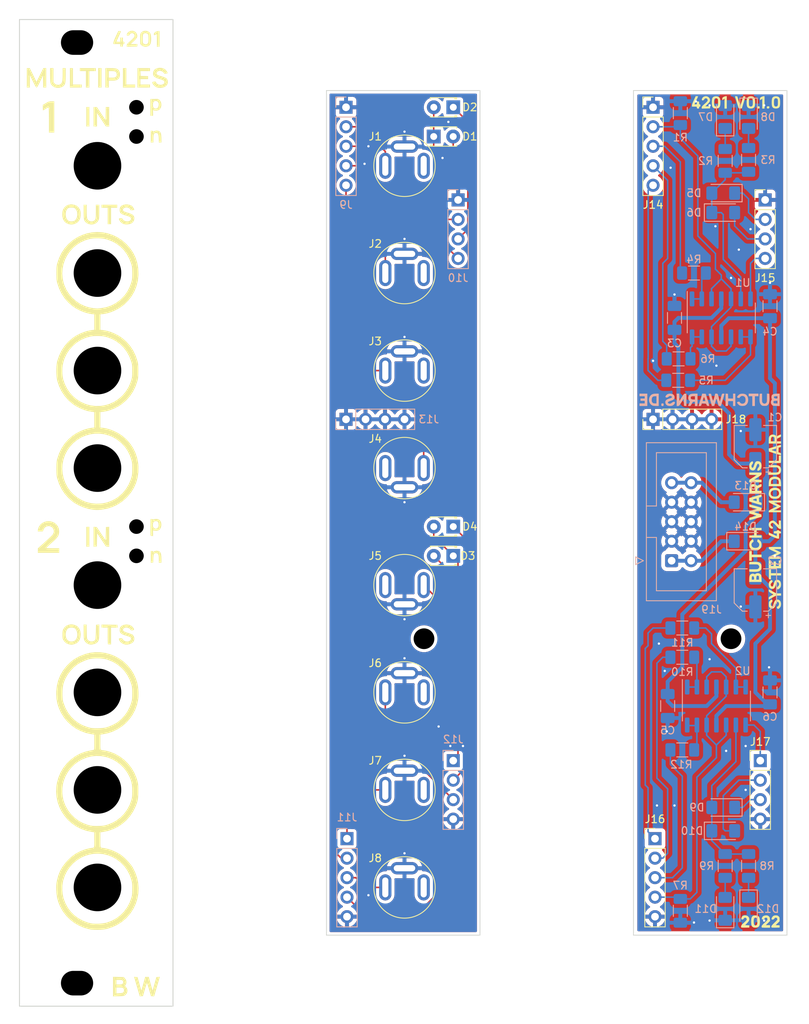
<source format=kicad_pcb>
(kicad_pcb (version 20211014) (generator pcbnew)
  (layers (0 "F.Cu" signal) (31 "B.Cu" signal) (34 "B.Paste" user) (35 "F.Paste" user) (36 "B.SilkS" user "B.Silkscreen") (37 "F.SilkS" user "F.Silkscreen") (38 "B.Mask" user) (39 "F.Mask" user) (44 "Edge.Cuts" user))
  (net 0 "")
  (net 1 "+12V")
  (net 2 "GND")
  (net 3 "-12V")
  (net 4 "/interface/LED_1_PA_NK")
  (net 5 "/interface/LED_1N_A")
  (net 6 "/interface/LED_1P_K")
  (net 7 "/interface/LED_2_PA_NK")
  (net 8 "/interface/LED_2N_A")
  (net 9 "/interface/LED_2P_K")
  (net 10 "Net-(D8-Pad1)")
  (net 11 "/main_board/LED_1N_A")
  (net 12 "/main_board/LED_1P_K")
  (net 13 "Net-(D11-Pad2)")
  (net 14 "Net-(D12-Pad1)")
  (net 15 "/interface/IN_1")
  (net 16 "/interface/OUT_1_1")
  (net 17 "/interface/OUT_1_2")
  (net 18 "/interface/OUT_1_3")
  (net 19 "/interface/IN_2")
  (net 20 "/interface/OUT_2_1")
  (net 21 "/interface/OUT_2_2")
  (net 22 "/interface/OUT_2_3")
  (net 23 "/main_board/IN_1")
  (net 24 "/main_board/OUT_1_1")
  (net 25 "/main_board/OUT_1_2")
  (net 26 "/main_board/OUT_1_3")
  (net 27 "/main_board/IN_2")
  (net 28 "/main_board/OUT_2_1")
  (net 29 "/main_board/OUT_2_2")
  (net 30 "/main_board/OUT_2_3")
  (net 31 "/main_board/LED_2N_A")
  (net 32 "/main_board/LED_2P_K")
  (net 33 "/main_board/LED_1_PA_NK")
  (net 34 "/main_board/LED_2_PN_KA")
  (net 35 "/interface/0V")
  (net 36 "/main_board/+12V_preD")
  (net 37 "/main_board/-12V_preD")
  (net 38 "Net-(D6-Pad1)")
  (net 39 "Net-(R4-Pad1)")
  (net 40 "Net-(R5-Pad1)")
  (net 41 "Net-(R6-Pad1)")
  (net 42 "Net-(R10-Pad1)")
  (net 43 "Net-(R11-Pad1)")
  (net 44 "Net-(R12-Pad1)")
  (net 45 "Net-(R3-Pad2)")
  (net 46 "Net-(R9-Pad1)")
  (footprint "OS_Connectors:Jack_3.5mm_PJ392_Vertical" (layer "F.Cu") (at 90.805 99.06 180)
    (fp_text reference "J4")
    (fp_text value "PJ392" hide)
  )
  (footprint "LED_THT:LED_D1.8mm_W3.3mm_H2.4mm" (layer "F.Cu") (at 94.61 55.88)
    (fp_text reference "D1")
    (fp_text value "1.8mm_red" hide)
  )
  (footprint "4201_multiples:4201_panel_silk" (layer "F.Cu") (at 52.874 42.122)
    (fp_text reference "G***" hide)
    (fp_text value "LOGO" hide)
  )
  (footprint "4201_multiples:BUTCH_WARNS" (layer "F.Cu") (at 136.525 106.045 90)
    (fp_text reference "G***" hide)
    (fp_text value "LOGO" hide)
  )
  (footprint "OS_Drill_Holes:PJ392_Drill_Hole_Panel_D6.2mm" (layer "F.Cu") (at 50.8 73.66)
    (fp_text reference "REF**" hide)
    (fp_text value "PJ392_Drill_Hole_Panel" hide)
  )
  (footprint "OS_Connectors:Jack_3.5mm_PJ392_Vertical" (layer "F.Cu") (at 90.805 153.67)
    (fp_text reference "J8")
    (fp_text value "PJ392" hide)
  )
  (footprint "OS_Drill_Holes:PJ392_Drill_Hole_Panel_D6.2mm" (layer "F.Cu") (at 50.8 153.67)
    (fp_text reference "REF**" hide)
    (fp_text value "PJ392_Drill_Hole_Panel" hide)
  )
  (footprint "OS_Connectors:Jack_3.5mm_PJ392_Vertical" (layer "F.Cu") (at 90.805 114.3 180)
    (fp_text reference "J5")
    (fp_text value "PJ392" hide)
  )
  (footprint "OS_Drill_Holes:LED_1.8mm_Drill_Hole_Panel_D1.9mm" (layer "F.Cu") (at 55.88 52.07)
    (fp_text reference "REF**" hide)
    (fp_text value "Hole_1.9mm_LED" hide)
  )
  (footprint "OS_Drill_Holes:PJ392_Drill_Hole_Panel_D6.2mm" (layer "F.Cu") (at 50.8 59.69)
    (fp_text reference "REF**" hide)
    (fp_text value "PJ392_Drill_Hole_Panel" hide)
  )
  (footprint "Connector_PinHeader_2.54mm:PinHeader_1x05_P2.54mm_Vertical" (layer "F.Cu") (at 123.19 52.07)
    (fp_text reference "J14")
    (fp_text value "Conn_01x05_Male" hide)
  )
  (footprint "Connector_PinHeader_2.54mm:PinHeader_1x04_P2.54mm_Vertical" (layer "F.Cu") (at 137.16 137.16)
    (fp_text reference "J17")
    (fp_text value "Conn_01x04_Male" hide)
  )
  (footprint "OS_Drill_Holes:PJ392_Drill_Hole_Panel_D6.2mm" (layer "F.Cu") (at 50.8 140.97)
    (fp_text reference "REF**" hide)
    (fp_text value "PJ392_Drill_Hole_Panel" hide)
  )
  (footprint "OS_Connectors:Jack_3.5mm_PJ392_Vertical" (layer "F.Cu") (at 90.805 140.97)
    (fp_text reference "J7")
    (fp_text value "PJ392" hide)
  )
  (footprint "LED_THT:LED_D1.8mm_W3.3mm_H2.4mm" (layer "F.Cu") (at 97.16 52.07 180)
    (fp_text reference "D2")
    (fp_text value "1.8mm_green" hide)
  )
  (footprint "4201_multiples:2022" (layer "F.Cu") (at 137.16 158.115)
    (fp_text reference "G***" hide)
    (fp_text value "LOGO" hide)
  )
  (footprint "LED_THT:LED_D1.8mm_W3.3mm_H2.4mm" (layer "F.Cu") (at 97.16 110.49 180)
    (fp_text reference "D3")
    (fp_text value "1.8mm_red" hide)
  )
  (footprint "OS_Drill_Holes:PJ392_Drill_Hole_Panel_D6.2mm" (layer "F.Cu") (at 50.8 99.06)
    (fp_text reference "REF**" hide)
    (fp_text value "PJ392_Drill_Hole_Panel" hide)
  )
  (footprint "OS_Drill_Holes:LED_1.8mm_Drill_Hole_Panel_D1.9mm" (layer "F.Cu") (at 55.88 55.88)
    (fp_text reference "REF**" hide)
    (fp_text value "Hole_1.9mm_LED" hide)
  )
  (footprint "OS_Connectors:Jack_3.5mm_PJ392_Vertical" (layer "F.Cu") (at 90.805 86.36)
    (fp_text reference "J3")
    (fp_text value "PJ392" hide)
  )
  (footprint "OS_Drill_Holes:PJ392_Drill_Hole_Panel_D6.2mm" (layer "F.Cu") (at 50.8 86.36)
    (fp_text reference "REF**" hide)
    (fp_text value "PJ392_Drill_Hole_Panel" hide)
  )
  (footprint "Connector_PinHeader_2.54mm:PinHeader_1x04_P2.54mm_Vertical" (layer "F.Cu") (at 137.795 64.135)
    (fp_text reference "J15")
    (fp_text value "Conn_01x04_Male" hide)
  )
  (footprint "4201_multiples:SYSTEM_42_MOUDULAR" (layer "F.Cu") (at 139.065 106.045 90)
    (fp_text reference "G***" hide)
    (fp_text value "LOGO" hide)
  )
  (footprint "OS_Drill_Holes:LED_3mm_Drill_Hole_Panel_D3.0mm" (layer "F.Cu") (at 93.345 121.285)
    (fp_text reference "REF**" hide)
    (fp_text value "M2.5_Drill_Hole_2.7mm" hide)
  )
  (footprint "OS_Drill_Holes:PJ392_Drill_Hole_Panel_D6.2mm" (layer "F.Cu") (at 50.8 114.3)
    (fp_text reference "REF**" hide)
    (fp_text value "PJ392_Drill_Hole_Panel" hide)
  )
  (footprint "OS_Front_Panels:4HP_Front_Panel" (layer "F.Cu") (at 40.64 40.64)
    (fp_text reference "REF**" hide)
    (fp_text value "4HP_Front_Panel" hide)
    (fp_rect (start 0 0) (end 20 128.5) (layer "Edge.Cuts") (width 0.12) (fill none))
  )
  (footprint "OS_Drill_Holes:LED_1.8mm_Drill_Hole_Panel_D1.9mm" (layer "F.Cu") (at 55.88 106.68)
    (fp_text reference "REF**" hide)
    (fp_text value "Hole_1.9mm_LED" hide)
  )
  (footprint "OS_Drill_Holes:LED_3mm_Drill_Hole_Panel_D3.0mm" (layer "F.Cu") (at 133.35 121.285)
    (fp_text reference "REF**" hide)
    (fp_text value "M2.5_Drill_Hole_2.7mm" hide)
  )
  (footprint "Connector_PinHeader_2.54mm:PinHeader_1x05_P2.54mm_Vertical" (layer "F.Cu") (at 123.444 147.32)
    (fp_text reference "J16")
    (fp_text value "Conn_01x05_Male" hide)
  )
  (footprint "LED_THT:LED_D1.8mm_W3.3mm_H2.4mm" (layer "F.Cu") (at 97.16 106.68 180)
    (fp_text reference "D4")
    (fp_text value "green" hide)
  )
  (footprint "OS_Connectors:Jack_3.5mm_PJ392_Vertical" (layer "F.Cu") (at 90.805 59.69)
    (fp_text reference "J1")
    (fp_text value "PJ392" hide)
  )
  (footprint "4201_multiples:4201_V_0_1_0" (layer "F.Cu") (at 133.985 51.435)
    (fp_text reference "G***" hide)
    (fp_text value "LOGO" hide)
  )
  (footprint "OS_Drill_Holes:PJ392_Drill_Hole_Panel_D6.2mm" (layer "F.Cu") (at 50.8 128.27)
    (fp_text reference "REF**" hide)
    (fp_text value "PJ392_Drill_Hole_Panel" hide)
  )
  (footprint "OS_Drill_Holes:LED_1.8mm_Drill_Hole_Panel_D1.9mm" (layer "F.Cu") (at 55.88 110.49)
    (fp_text reference "REF**" hide)
    (fp_text value "Hole_1.9mm_LED" hide)
  )
  (footprint "OS_Connectors:Jack_3.5mm_PJ392_Vertical" (layer "F.Cu") (at 90.805 128.27)
    (fp_text reference "J6")
    (fp_text value "PJ392" hide)
  )
  (footprint "OS_Connectors:Jack_3.5mm_PJ392_Vertical" (layer "F.Cu") (at 90.805 73.66)
    (fp_text reference "J2")
    (fp_text value "PJ392" hide)
  )
  (footprint "Connector_PinHeader_2.54mm:PinHeader_1x04_P2.54mm_Vertical" (layer "F.Cu") (at 123.19 92.71 90)
    (fp_text reference "J18")
    (fp_text value "Conn_01x04_Male" hide)
  )
  (footprint "Resistor_SMD:R_1206_3216Metric_Pad1.30x1.75mm_HandSolder" (layer "B.Cu") (at 127 135.763 180)
    (fp_text reference "R12")
    (fp_text value "100R" hide)
  )
  (footprint "Resistor_SMD:R_1206_3216Metric_Pad1.30x1.75mm_HandSolder" (layer "B.Cu") (at 135.636 150.876 -90)
    (fp_text reference "R8")
    (fp_text value "4k7" hide)
  )
  (footprint "Diode_SMD:D_1206_3216Metric_Pad1.42x1.75mm_HandSolder" (layer "B.Cu") (at 132.334 143.256 180)
    (fp_text reference "D9")
    (fp_text value "1N4148" hide)
  )
  (footprint "Capacitor_SMD:C_1206_3216Metric_Pad1.33x1.80mm_HandSolder" (layer "B.Cu") (at 138.43 77.978 -90)
    (fp_text reference "C4")
    (fp_text value "100nF" hide)
  )
  (footprint "Diode_SMD:D_1206_3216Metric_Pad1.42x1.75mm_HandSolder" (layer "B.Cu") (at 132.588 53.34 90)
    (fp_text reference "D8")
    (fp_text value "1N4148" hide)
  )
  (footprint "Diode_SMD:D_1206_3216Metric_Pad1.42x1.75mm_HandSolder" (layer "B.Cu") (at 132.588 156.464 90)
    (fp_text reference "D11")
    (fp_text value "1N4148" hide)
  )
  (footprint "Resistor_SMD:R_1206_3216Metric_Pad1.30x1.75mm_HandSolder" (layer "B.Cu") (at 135.636 58.928 90)
    (fp_text reference "R3")
    (fp_text value "39k" hide)
  )
  (footprint "Diode_SMD:D_1206_3216Metric_Pad1.42x1.75mm_HandSolder" (layer "B.Cu") (at 132.334 65.786)
    (fp_text reference "D6")
    (fp_text value "1N4148" hide)
  )
  (footprint "Resistor_SMD:R_1206_3216Metric_Pad1.30x1.75mm_HandSolder" (layer "B.Cu") (at 126.518 84.836 180)
    (fp_text reference "R6")
    (fp_text value "100R" hide)
  )
  (footprint "Diode_SMD:D_1206_3216Metric_Pad1.42x1.75mm_HandSolder" (layer "B.Cu") (at 135.255 108.585)
    (fp_text reference "D14")
    (fp_text value "Schottky" hide)
  )
  (footprint "Diode_SMD:D_1206_3216Metric_Pad1.42x1.75mm_HandSolder" (layer "B.Cu") (at 132.334 146.304)
    (fp_text reference "D10")
    (fp_text value "1N4148" hide)
  )
  (footprint "Connector_PinSocket_2.54mm:PinSocket_1x04_P2.54mm_Vertical" (layer "B.Cu") (at 83.185 92.71 -90)
    (fp_text reference "J13")
    (fp_text value "Conn_01x04_Female" hide)
  )
  (footprint "Capacitor_SMD:CP_Elec_5x5.3" (layer "B.Cu") (at 136.525 96.266 90)
    (fp_text reference "C1")
    (fp_text value "47uF" hide)
  )
  (footprint "Connector_IDC:IDC-Header_2x05_P2.54mm_Vertical" (layer "B.Cu") (at 125.6125 111.125)
    (fp_text reference "J19")
    (fp_text value "Conn_02x05_Odd_Even" hide)
  )
  (footprint "Connector_PinSocket_2.54mm:PinSocket_1x04_P2.54mm_Vertical" (layer "B.Cu") (at 97.155 137.16 180)
    (fp_text reference "J12")
    (fp_text value "Conn_01x04_Female" hide)
  )
  (footprint "Diode_SMD:D_1206_3216Metric_Pad1.42x1.75mm_HandSolder" (layer "B.Cu") (at 135.255 103.505 180)
    (fp_text reference "D13")
    (fp_text value "Schottky" hide)
  )
  (footprint "Connector_PinSocket_2.54mm:PinSocket_1x05_P2.54mm_Vertical" (layer "B.Cu") (at 83.312 147.32 180)
    (fp_text reference "J11")
    (fp_text value "Conn_01x05_Female" hide)
  )
  (footprint "Resistor_SMD:R_1206_3216Metric_Pad1.30x1.75mm_HandSolder" (layer "B.Cu") (at 126.746 156.718 90)
    (fp_text reference "R7")
    (fp_text value "220k" hide)
  )
  (footprint "Capacitor_SMD:C_1206_3216Metric_Pad1.33x1.80mm_HandSolder" (layer "B.Cu") (at 138.43 128.27 -90)
    (fp_text reference "C6")
    (fp_text value "100nF" hide)
  )
  (footprint "Capacitor_SMD:CP_Elec_5x5.3" (layer "B.Cu") (at 136.525 114.935 90)
    (fp_text reference "C2")
    (fp_text value "47uF" hide)
  )
  (footprint "Resistor_SMD:R_1206_3216Metric_Pad1.30x1.75mm_HandSolder" (layer "B.Cu") (at 126.466 87.63 180)
    (fp_text reference "R5")
    (fp_text value "100R" hide)
  )
  (footprint "4201_multiples:BUTCHWARNS_DE" (layer "B.Cu") (at 130.556 90.17 180)
    (fp_text reference "G***" hide)
    (fp_text value "LOGO" hide)
  )
  (footprint "Package_SO:SOIC-14_3.9x8.7mm_P1.27mm" (layer "B.Cu") (at 131.445 130.048 -90)
    (fp_text reference "U2")
    (fp_text value "TL074" hide)
  )
  (footprint "Resistor_SMD:R_1206_3216Metric_Pad1.30x1.75mm_HandSolder" (layer "B.Cu") (at 132.588 59.055 90)
    (fp_text reference "R2")
    (fp_text value "4k7" hide)
  )
  (footprint "Resistor_SMD:R_1206_3216Metric_Pad1.30x1.75mm_HandSolder" (layer "B.Cu") (at 128.524 73.66 180)
    (fp_text reference "R4")
    (fp_text value "100R" hide)
  )
  (footprint "Resistor_SMD:R_1206_3216Metric_Pad1.30x1.75mm_HandSolder" (layer "B.Cu") (at 127 119.888 180)
    (fp_text reference "R11")
    (fp_text value "100R" hide)
  )
  (footprint "Connector_PinSocket_2.54mm:PinSocket_1x05_P2.54mm_Vertical" (layer "B.Cu") (at 83.185 52.07 180)
    (fp_text reference "J9")
    (fp_text value "Conn_01x05_Female" hide)
  )
  (footprint "Diode_SMD:D_1206_3216Metric_Pad1.42x1.75mm_HandSolder" (layer "B.Cu") (at 135.636 156.464 -90)
    (fp_text reference "D12")
    (fp_text value "1N4148" hide)
  )
  (footprint "Connector_PinSocket_2.54mm:PinSocket_1x04_P2.54mm_Vertical" (layer "B.Cu") (at 97.79 64.135 180)
    (fp_text reference "J10")
    (fp_text value "Conn_01x04_Female" hide)
  )
  (footprint "Diode_SMD:D_1206_3216Metric_Pad1.42x1.75mm_HandSolder" (layer "B.Cu") (at 135.636 53.34 -90)
    (fp_text reference "D7")
    (fp_text value "1N4148" hide)
  )
  (footprint "Capacitor_SMD:C_1206_3216Metric_Pad1.33x1.80mm_HandSolder" (layer "B.Cu") (at 125.095 130.048 -90)
    (fp_text reference "C5")
    (fp_text value "100nF" hide)
  )
  (footprint "Resistor_SMD:R_1206_3216Metric_Pad1.30x1.75mm_HandSolder" (layer "B.Cu") (at 126.746 52.832 -90)
    (fp_text reference "R1")
    (fp_text value "220k" hide)
  )
  (footprint "Package_SO:SOIC-14_3.9x8.7mm_P1.27mm" (layer "B.Cu") (at 132.08 79.502 -90)
    (fp_text reference "U1")
    (fp_text value "TL074" hide)
  )
  (footprint "Capacitor_SMD:C_1206_3216Metric_Pad1.33x1.80mm_HandSolder" (layer "B.Cu") (at 125.984 79.502 90)
    (fp_text reference "C3")
    (fp_text value "100nF" hide)
  )
  (footprint "Diode_SMD:D_1206_3216Metric_Pad1.42x1.75mm_HandSolder" (layer "B.Cu") (at 132.334 63.246 180)
    (fp_text reference "D5")
    (fp_text value "1N4148" hide)
  )
  (footprint "Resistor_SMD:R_1206_3216Metric_Pad1.30x1.75mm_HandSolder" (layer "B.Cu") (at 127 123.698 180)
    (fp_text reference "R10")
    (fp_text value "100R" hide)
  )
  (footprint "Resistor_SMD:R_1206_3216Metric_Pad1.30x1.75mm_HandSolder" (layer "B.Cu") (at 132.588 150.876 -90)
    (fp_text reference "R9")
    (fp_text value "39k" hide)
  )
  (gr_line locked (start 80.64 49.89) (end 100.64 49.89) (layer "Edge.Cuts") (width 0.1))
  (gr_line locked (start 120.64 49.89) (end 120.64 159.89) (layer "Edge.Cuts") (width 0.1))
  (gr_line locked (start 140.64 49.89) (end 140.64 159.89) (layer "Edge.Cuts") (width 0.1))
  (gr_line locked (start 80.64 159.89) (end 100.64 159.89) (layer "Edge.Cuts") (width 0.1))
  (gr_line locked (start 120.64 49.89) (end 140.64 49.89) (layer "Edge.Cuts") (width 0.1))
  (gr_line locked (start 100.64 49.89) (end 100.64 159.89) (layer "Edge.Cuts") (width 0.1))
  (gr_line locked (start 120.64 159.89) (end 140.64 159.89) (layer "Edge.Cuts") (width 0.1))
  (gr_line locked (start 80.64 49.89) (end 80.64 159.89) (layer "Edge.Cuts") (width 0.1))
  (segment (start 125.984 82.804) (end 125.984 81.0645) (width 0.508) (layer "B.Cu") (net 1))
  (segment (start 133.096 91.948) (end 131.572 90.424) (width 0.508) (layer "B.Cu") (net 1))
  (segment (start 132.08 78.232) (end 130.81 79.502) (width 0.508) (layer "B.Cu") (net 1))
  (segment (start 134.28 98.466) (end 133.096 97.282) (width 0.508) (layer "B.Cu") (net 1))
  (segment (start 136.525 98.466) (end 134.28 98.466) (width 0.508) (layer "B.Cu") (net 1))
  (segment (start 130.175 130.048) (end 131.445 128.778) (width 0.508) (layer "B.Cu") (net 1))
  (segment (start 136.7425 105.1925) (end 136.7425 103.505) (width 0.508) (layer "B.Cu") (net 1))
  (segment (start 135.255 106.68) (end 136.7425 105.1925) (width 0.508) (layer "B.Cu") (net 1))
  (segment (start 125.095 126.873) (end 127 124.968) (width 0.508) (layer "B.Cu") (net 1))
  (segment (start 127 118.11) (end 135.255 109.855) (width 0.508) (layer "B.Cu") (net 1))
  (segment (start 126.492 83.312) (end 125.984 82.804) (width 0.508) (layer "B.Cu") (net 1))
  (segment (start 136.7425 103.505) (end 136.7425 98.6835) (width 0.508) (layer "B.Cu") (net 1))
  (segment (start 132.08 77.027) (end 132.08 78.232) (width 0.508) (layer "B.Cu") (net 1))
  (segment (start 127.508 90.424) (end 126.492 89.408) (width 0.508) (layer "B.Cu") (net 1))
  (segment (start 135.255 109.855) (end 135.255 106.68) (width 0.508) (layer "B.Cu") (net 1))
  (segment (start 133.096 97.282) (end 133.096 91.948) (width 0.508) (layer "B.Cu") (net 1))
  (segment (start 125.73 130.048) (end 130.175 130.048) (width 0.508) (layer "B.Cu") (net 1))
  (segment (start 125.095 128.4855) (end 125.095 129.413) (width 0.508) (layer "B.Cu") (net 1))
  (segment (start 130.81 79.502) (end 126.492 79.502) (width 0.508) (layer "B.Cu") (net 1))
  (segment (start 125.095 129.413) (end 125.73 130.048) (width 0.508) (layer "B.Cu") (net 1))
  (segment (start 125.095 128.4855) (end 125.095 126.873) (width 0.508) (layer "B.Cu") (net 1))
  (segment (start 127 124.968) (end 127 118.11) (width 0.508) (layer "B.Cu") (net 1))
  (segment (start 131.572 90.424) (end 127.508 90.424) (width 0.508) (layer "B.Cu") (net 1))
  (segment (start 131.445 128.778) (end 131.445 127.573) (width 0.508) (layer "B.Cu") (net 1))
  (segment (start 125.984 80.01) (end 125.984 81.0645) (width 0.508) (layer "B.Cu") (net 1))
  (segment (start 126.492 79.502) (end 125.984 80.01) (width 0.508) (layer "B.Cu") (net 1))
  (segment (start 126.492 89.408) (end 126.492 83.312) (width 0.508) (layer "B.Cu") (net 1))
  (via (at 132.715 135.89) (size 0.7) (drill 0.3) (layers "F.Cu" "B.Cu") (net 2))
  (via (at 137.668 51.816) (size 0.7) (drill 0.3) (layers "F.Cu" "B.Cu") (net 2))
  (via (at 134.62 117.094) (size 0.7) (drill 0.3) (layers "F.Cu" "B.Cu") (net 2))
  (via (at 135.255 135.255) (size 0.7) (drill 0.3) (layers "F.Cu" "B.Cu") (net 2))
  (via (at 135.89 67.945) (size 0.7) (drill 0.3) (layers "F.Cu" "B.Cu") (net 2))
  (via (at 128.524 158.242) (size 0.7) (drill 0.3) (layers "F.Cu" "B.Cu") (net 2))
  (via (at 124.968 133.35) (size 0.7) (drill 0.3) (layers "F.Cu" "B.Cu") (net 2))
  (via (at 124.714 125.476) (size 0.7) (drill 0.3) (layers "F.Cu" "B.Cu") (net 2))
  (via (at 123.19 85.09) (size 0.7) (drill 0.3) (layers "F.Cu" "B.Cu") (net 2))
  (via (at 133.35 74.295) (size 0.7) (drill 0.3) (layers "F.Cu" "B.Cu") (net 2))
  (via (at 134.366 70.612) (size 0.7) (drill 0.3) (layers "F.Cu" "B.Cu") (net 2))
  (via (at 135.255 140.97) (size 0.7) (drill 0.3) (layers "F.Cu" "B.Cu") (net 2))
  (via (at 125.984 76.454) (size 0.7) (drill 0.3) (layers "F.Cu" "B.Cu") (net 2))
  (via (at 130.556 157.988) (size 0.7) (drill 0.3) (layers "F.Cu" "B.Cu") (net 2))
  (via (at 125.984 143.002) (size 0.7) (drill 0.3) (layers "F.Cu" "B.Cu") (net 2))
  (via (at 134.62 94.234) (size 0.7) (drill 0.3) (layers "F.Cu" "B.Cu") (net 2))
  (via (at 130.556 51.816) (size 0.7) (drill 0.3) (layers "F.Cu" "B.Cu") (net 2))
  (via (at 123.698 143.002) (size 0.7) (drill 0.3) (layers "F.Cu" "B.Cu") (net 2))
  (via (at 139.065 110.49) (size 0.7) (drill 0.3) (layers "F.Cu" "B.Cu") (net 2))
  (via (at 137.668 157.988) (size 0.7) (drill 0.3) (layers "F.Cu" "B.Cu") (net 2))
  (via (at 123.952 121.92) (size 0.7) (drill 0.3) (layers "F.Cu" "B.Cu") (net 2))
  (via (at 131.318 67.564) (size 0.7) (drill 0.3) (layers "F.Cu" "B.Cu") (net 2))
  (via (at 128.778 51.308) (size 0.7) (drill 0.3) (layers "F.Cu" "B.Cu") (net 2))
  (via (at 138.303 125.0065) (size 0.7) (drill 0.3) (layers "F.Cu" "B.Cu") (net 2))
  (via (at 131.445 85.725) (size 0.7) (drill 0.3) (layers "F.Cu" "B.Cu") (net 2))
  (via (at 125.476 59.944) (size 0.7) (drill 0.3) (layers "F.Cu" "B.Cu") (net 2))
  (via (at 130.556 123.952) (size 0.7) (drill 0.3) (layers "F.Cu" "B.Cu") (net 2))
  (via (at 138.43 74.93) (size 0.7) (drill 0.3) (layers "F.Cu" "B.Cu") (net 2))
  (segment (start 134.788 94.066) (end 134.62 94.234) (width 0.508) (layer "B.Cu") (net 2))
  (segment (start 135.636 157.9515) (end 137.6315 157.9515) (width 0.508) (layer "B.Cu") (net 2))
  (segment (start 136.525 94.066) (end 134.788 94.066) (width 0.508) (layer "B.Cu") (net 2))
  (segment (start 128.752 51.282) (end 128.778 51.308) (width 0.508) (layer "B.Cu") (net 2))
  (segment (start 126.746 51.282) (end 128.752 51.282) (width 0.508) (layer "B.Cu") (net 2))
  (segment (start 138.43 125.1335) (end 138.303 125.0065) (width 0.508) (layer "B.Cu") (net 2))
  (segment (start 130.5925 157.9515) (end 130.556 157.988) (width 0.508) (layer "B.Cu") (net 2))
  (segment (start 125.095 131.6105) (end 125.095 133.223) (width 0.508) (layer "B.Cu") (net 2))
  (segment (start 138.43 76.4155) (end 138.43 74.93) (width 0.508) (layer "B.Cu") (net 2))
  (segment (start 136.525 117.135) (end 134.661 117.135) (width 0.508) (layer "B.Cu") (net 2))
  (segment (start 130.5925 51.8525) (end 130.556 51.816) (width 0.508) (layer "B.Cu") (net 2))
  (segment (start 134.661 117.135) (end 134.62 117.094) (width 0.508) (layer "B.Cu") (net 2))
  (segment (start 138.43 126.7075) (end 138.43 125.1335) (width 0.508) (layer "B.Cu") (net 2))
  (segment (start 128.498 158.268) (end 128.524 158.242) (width 0.508) (layer "B.Cu") (net 2))
  (segment (start 126.746 158.268) (end 128.498 158.268) (width 0.508) (layer "B.Cu") (net 2))
  (segment (start 137.6315 157.9515) (end 137.668 157.988) (width 0.508) (layer "B.Cu") (net 2))
  (segment (start 125.984 77.9395) (end 125.984 76.454) (width 0.508) (layer "B.Cu") (net 2))
  (segment (start 132.588 157.9515) (end 130.5925 157.9515) (width 0.508) (layer "B.Cu") (net 2))
  (segment (start 132.588 51.8525) (end 130.5925 51.8525) (width 0.508) (layer "B.Cu") (net 2))
  (segment (start 137.6315 51.8525) (end 137.668 51.816) (width 0.508) (layer "B.Cu") (net 2))
  (segment (start 125.095 133.223) (end 124.968 133.35) (width 0.508) (layer "B.Cu") (net 2))
  (segment (start 135.636 51.8525) (end 137.6315 51.8525) (width 0.508) (layer "B.Cu") (net 2))
  (segment (start 138.2145 130.048) (end 138.43 129.8325) (width 0.508) (layer "B.Cu") (net 3))
  (segment (start 139.065 107.823) (end 139.065 88.011) (width 0.508) (layer "B.Cu") (net 3))
  (segment (start 138.43 120.015) (end 138.43 114.64) (width 0.508) (layer "B.Cu") (net 3))
  (segment (start 132.08 81.977) (end 132.08 80.518) (width 0.508) (layer "B.Cu") (net 3))
  (segment (start 136.7425 108.585) (end 138.303 108.585) (width 0.508) (layer "B.Cu") (net 3))
  (segment (start 139.065 88.011) (end 138.43 87.376) (width 0.508) (layer "B.Cu") (net 3))
  (segment (start 136.525 108.8025) (end 136.7425 108.585) (width 0.508) (layer "B.Cu") (net 3))
  (segment (start 131.445 131.318) (end 131.445 132.523) (width 0.508) (layer "B.Cu") (net 3))
  (segment (start 138.0875 129.8325) (end 136.525 128.27) (width 0.508) (layer "B.Cu") (net 3))
  (segment (start 133.0575 79.5405) (end 138.43 79.5405) (width 0.508) (layer "B.Cu") (net 3))
  (segment (start 132.715 130.048) (end 131.445 131.318) (width 0.508) (layer "B.Cu") (net 3))
  (segment (start 132.08 80.518) (end 133.0575 79.5405) (width 0.508) (layer "B.Cu") (net 3))
  (segment (start 138.43 87.376) (end 138.43 79.5405) (width 0.508) (layer "B.Cu") (net 3))
  (segment (start 132.715 130.048) (end 138.2145 130.048) (width 0.508) (layer "B.Cu") (net 3))
  (segment (start 138.43 114.64) (end 136.525 112.735) (width 0.508) (layer "B.Cu") (net 3))
  (segment (start 138.303 108.585) (end 139.065 107.823) (width 0.508) (layer "B.Cu") (net 3))
  (segment (start 138.43 129.8325) (end 138.0875 129.8325) (width 0.508) (layer "B.Cu") (net 3))
  (segment (start 136.525 112.735) (end 136.525 108.8025) (width 0.508) (layer "B.Cu") (net 3))
  (segment (start 136.525 128.27) (end 136.525 121.92) (width 0.508) (layer "B.Cu") (net 3))
  (segment (start 136.525 121.92) (end 138.43 120.015) (width 0.508) (layer "B.Cu") (net 3))
  (segment (start 94.61 52.08) (end 94.62 52.07) (width 0.2) (layer "F.Cu") (net 4))
  (segment (start 94.61 68.575) (end 94.61 55.88) (width 0.2) (layer "F.Cu") (net 4))
  (segment (start 97.79 71.755) (end 94.61 68.575) (width 0.2) (layer "F.Cu") (net 4))
  (segment (start 94.61 55.88) (end 94.61 52.08) (width 0.2) (layer "F.Cu") (net 4))
  (segment (start 96.52 66.675) (end 95.885 66.04) (width 0.2) (layer "F.Cu") (net 5))
  (segment (start 95.885 66.04) (end 95.885 60.96) (width 0.2) (layer "F.Cu") (net 5))
  (segment (start 95.885 60.96) (end 97.15 59.695) (width 0.2) (layer "F.Cu") (net 5))
  (segment (start 97.79 66.675) (end 96.52 66.675) (width 0.2) (layer "F.Cu") (net 5))
  (segment (start 97.15 59.695) (end 97.15 55.88) (width 0.2) (layer "F.Cu") (net 5))
  (segment (start 99.06 53.97) (end 97.16 52.07) (width 0.2) (layer "F.Cu") (net 6))
  (segment (start 97.79 69.215) (end 99.06 67.945) (width 0.2) (layer "F.Cu") (net 6))
  (segment (start 99.06 67.945) (end 99.06 53.97) (width 0.2) (layer "F.Cu") (net 6))
  (segment (start 94.615 107.95) (end 94.615 106.685) (width 0.2) (layer "F.Cu") (net 7))
  (segment (start 97.16 110.49) (end 97.775 111.105) (width 0.2) (layer "F.Cu") (net 7))
  (segment (start 94.62 107.95) (end 94.615 107.95) (width 0.2) (layer "F.Cu") (net 7))
  (segment (start 94.615 106.685) (end 94.62 106.68) (width 0.2) (layer "F.Cu") (net 7))
  (segment (start 97.16 110.49) (end 94.62 107.95) (width 0.2) (layer "F.Cu") (net 7))
  (segment (start 97.775 136.54) (end 97.155 137.16) (width 0.2) (layer "F.Cu") (net 7))
  (segment (start 97.775 111.105) (end 97.775 136.54) (width 0.2) (layer "F.Cu") (net 7))
  (segment (start 97.155 142.24) (end 95.25 140.335) (width 0.2) (layer "F.Cu") (net 8))
  (segment (start 96.52 112.39) (end 94.62 110.49) (width 0.2) (layer "F.Cu") (net 8))
  (segment (start 96.52 134.4225) (end 96.52 112.39) (width 0.2) (layer "F.Cu") (net 8))
  (segment (start 95.25 135.6925) (end 96.52 134.4225) (width 0.2) (layer "F.Cu") (net 8))
  (segment (start 95.25 140.335) (end 95.25 135.6925) (width 0.2) (layer "F.Cu") (net 8))
  (segment (start 99.06 108.58) (end 97.16 106.68) (width 0.2) (layer "F.Cu") (net 9))
  (segment (start 99.075 134.985761) (end 99.06 134.970761) (width 0.2) (layer "F.Cu") (net 9))
  (segment (start 99.06 134.970761) (end 99.06 108.58) (width 0.2) (layer "F.Cu") (net 9))
  (segment (start 99.075 137.78) (end 99.075 134.985761) (width 0.2) (layer "F.Cu") (net 9))
  (segment (start 97.155 139.7) (end 99.075 137.78) (width 0.2) (layer "F.Cu") (net 9))
  (segment (start 132.588 57.505) (end 132.588 54.8275) (width 0.2) (layer "B.Cu") (net 10))
  (segment (start 133.8215 63.246) (end 134.874 63.246) (width 0.2) (layer "B.Cu") (net 11))
  (segment (start 135.636 64.008) (end 135.636 65.786) (width 0.2) (layer "B.Cu") (net 11))
  (segment (start 134.874 63.246) (end 135.636 64.008) (width 0.2) (layer "B.Cu") (net 11))
  (segment (start 135.636 65.786) (end 136.525 66.675) (width 0.2) (layer "B.Cu") (net 11))
  (segment (start 136.525 66.675) (end 137.795 66.675) (width 0.2) (layer "B.Cu") (net 11))
  (segment (start 133.8215 67.5275) (end 135.509 69.215) (width 0.2) (layer "B.Cu") (net 12))
  (segment (start 135.509 69.215) (end 137.795 69.215) (width 0.2) (layer "B.Cu") (net 12))
  (segment (start 133.8215 65.786) (end 133.8215 67.5275) (width 0.2) (layer "B.Cu") (net 12))
  (segment (start 132.588 154.9765) (end 132.588 152.426) (width 0.2) (layer "B.Cu") (net 13))
  (segment (start 135.636 154.9765) (end 135.636 152.426) (width 0.2) (layer "B.Cu") (net 14))
  (segment (start 85.09 54.61) (end 83.185 54.61) (width 0.2) (layer "F.Cu") (net 15))
  (segment (start 88.305 57.825) (end 85.09 54.61) (width 0.2) (layer "F.Cu") (net 15))
  (segment (start 88.305 59.69) (end 88.305 57.825) (width 0.2) (layer "F.Cu") (net 15))
  (segment (start 86.614 63.119) (end 86.614 59.309) (width 0.2) (layer "F.Cu") (net 16))
  (segment (start 86.614 59.309) (end 84.455 57.15) (width 0.2) (layer "F.Cu") (net 16))
  (segment (start 84.455 57.15) (end 83.185 57.15) (width 0.2) (layer "F.Cu") (net 16))
  (segment (start 88.305 73.66) (end 88.305 64.81) (width 0.2) (layer "F.Cu") (net 16))
  (segment (start 88.305 64.81) (end 86.614 63.119) (width 0.2) (layer "F.Cu") (net 16))
  (segment (start 86.36 86.36) (end 83.185 83.185) (width 0.2) (layer "F.Cu") (net 17))
  (segment (start 88.305 86.36) (end 86.36 86.36) (width 0.2) (layer "F.Cu") (net 17))
  (segment (start 83.185 83.185) (end 83.185 62.23) (width 0.2) (layer "F.Cu") (net 17))
  (segment (start 93.305 99.06) (end 93.305 94.655) (width 0.2) (layer "F.Cu") (net 18))
  (segment (start 92.075 80.01) (end 88.9 80.01) (width 0.2) (layer "F.Cu") (net 18))
  (segment (start 96.52 91.44) (end 96.52 84.455) (width 0.2) (layer "F.Cu") (net 18))
  (segment (start 85.725 76.835) (end 85.725 64.643) (width 0.2) (layer "F.Cu") (net 18))
  (segment (start 85.09 60.325) (end 84.455 59.69) (width 0.2) (layer "F.Cu") (net 18))
  (segment (start 93.305 94.655) (end 96.52 91.44) (width 0.2) (layer "F.Cu") (net 18))
  (segment (start 88.9 80.01) (end 85.725 76.835) (width 0.2) (layer "F.Cu") (net 18))
  (segment (start 84.455 59.69) (end 83.185 59.69) (width 0.2) (layer "F.Cu") (net 18))
  (segment (start 96.52 84.455) (end 92.075 80.01) (width 0.2) (layer "F.Cu") (net 18))
  (segment (start 85.725 64.643) (end 85.09 64.008) (width 0.2) (layer "F.Cu") (net 18))
  (segment (start 85.09 64.008) (end 85.09 60.325) (width 0.2) (layer "F.Cu") (net 18))
  (segment (start 94.615 139.7) (end 93.345 138.43) (width 0.2) (layer "F.Cu") (net 19))
  (segment (start 95.25 129.336396) (end 95.25 116.245) (width 0.2) (layer "F.Cu") (net 19))
  (segment (start 93.345 131.241396) (end 95.25 129.336396) (width 0.2) (layer "F.Cu") (net 19))
  (segment (start 83.312 154.94) (end 84.582 156.21) (width 0.2) (layer "F.Cu") (net 19))
  (segment (start 93.345 138.43) (end 93.345 131.241396) (width 0.2) (layer "F.Cu") (net 19))
  (segment (start 95.25 116.245) (end 93.305 114.3) (width 0.2) (layer "F.Cu") (net 19))
  (segment (start 84.582 156.21) (end 93.345 156.21) (width 0.2) (layer "F.Cu") (net 19))
  (segment (start 93.345 156.21) (end 94.615 154.94) (width 0.2) (layer "F.Cu") (net 19))
  (segment (start 94.615 154.94) (end 94.615 139.7) (width 0.2) (layer "F.Cu") (net 19))
  (segment (start 83.185 149.86) (end 82.55 149.86) (width 0.2) (layer "F.Cu") (net 20))
  (segment (start 88.305 132.04) (end 88.305 128.27) (width 0.2) (layer "F.Cu") (net 20))
  (segment (start 82.55 149.86) (end 81.915 149.225) (width 0.2) (layer "F.Cu") (net 20))
  (segment (start 81.915 149.225) (end 81.915 138.43) (width 0.2) (layer "F.Cu") (net 20))
  (segment (start 81.915 138.43) (end 88.305 132.04) (width 0.2) (layer "F.Cu") (net 20))
  (segment (start 83.312 147.32) (end 83.312 144.018) (width 0.2) (layer "F.Cu") (net 21))
  (segment (start 86.36 140.97) (end 88.305 140.97) (width 0.2) (layer "F.Cu") (net 21))
  (segment (start 83.312 144.018) (end 86.36 140.97) (width 0.2) (layer "F.Cu") (net 21))
  (segment (start 84.455 152.4) (end 85.725 153.67) (width 0.2) (layer "F.Cu") (net 22))
  (segment (start 85.725 153.67) (end 88.305 153.67) (width 0.2) (layer "F.Cu") (net 22))
  (segment (start 83.185 152.4) (end 84.455 152.4) (width 0.2) (layer "F.Cu") (net 22))
  (segment (start 126.518 54.61) (end 126.746 54.382) (width 0.2) (layer "B.Cu") (net 23))
  (segment (start 131.445 83.82) (end 132.715 83.82) (width 0.2) (layer "B.Cu") (net 23))
  (segment (start 132.08 73.914) (end 131.318 73.152) (width 0.2) (layer "B.Cu") (net 23))
  (segment (start 133.35 83.185) (end 133.35 81.977) (width 0.2) (layer "B.Cu") (net 23))
  (segment (start 129.032 58.42) (end 126.746 56.134) (width 0.2) (layer "B.Cu") (net 23))
  (segment (start 130.81 80.645) (end 133.35 78.105) (width 0.2) (layer "B.Cu") (net 23))
  (segment (start 133.35 78.105) (end 133.35 77.027) (width 0.2) (layer "B.Cu") (net 23))
  (segment (start 133.35 75.692) (end 133.35 77.027) (width 0.2) (layer "B.Cu") (net 23))
  (segment (start 130.81 75.692) (end 132.08 74.422) (width 0.2) (layer "B.Cu") (net 23))
  (segment (start 131.318 73.152) (end 131.318 71.12) (width 0.2) (layer "B.Cu") (net 23))
  (segment (start 130.81 77.027) (end 130.81 75.692) (width 0.2) (layer "B.Cu") (net 23))
  (segment (start 132.715 83.82) (end 133.35 83.185) (width 0.2) (layer "B.Cu") (net 23))
  (segment (start 130.81 81.977) (end 130.81 83.185) (width 0.2) (layer "B.Cu") (net 23))
  (segment (start 131.318 71.12) (end 129.032 68.834) (width 0.2) (layer "B.Cu") (net 23))
  (segment (start 129.032 68.834) (end 129.032 58.42) (width 0.2) (layer "B.Cu") (net 23))
  (segment (start 132.08 74.422) (end 132.08 73.914) (width 0.2) (layer "B.Cu") (net 23))
  (segment (start 130.81 81.977) (end 130.81 80.645) (width 0.2) (layer "B.Cu") (net 23))
  (segment (start 132.08 74.422) (end 133.35 75.692) (width 0.2) (layer "B.Cu") (net 23))
  (segment (start 126.746 56.134) (end 126.746 54.382) (width 0.2) (layer "B.Cu") (net 23))
  (segment (start 130.81 83.185) (end 131.445 83.82) (width 0.2) (layer "B.Cu") (net 23))
  (segment (start 123.19 54.61) (end 126.518 54.61) (width 0.2) (layer "B.Cu") (net 23))
  (segment (start 126.746 59.182) (end 124.714 57.15) (width 0.2) (layer "B.Cu") (net 24))
  (segment (start 126.746 73.432) (end 126.974 73.66) (width 0.2) (layer "B.Cu") (net 24))
  (segment (start 126.746 59.182) (end 126.746 73.432) (width 0.2) (layer "B.Cu") (net 24))
  (segment (start 124.714 57.15) (end 123.19 57.15) (width 0.2) (layer "B.Cu") (net 24))
  (segment (start 122.54 84.820761) (end 122.555 84.805761) (width 0.2) (layer "B.Cu") (net 25))
  (segment (start 124.916 87.63) (end 123.825 87.63) (width 0.2) (layer "B.Cu") (net 25))
  (segment (start 122.555 84.805761) (end 122.555 62.865) (width 0.2) (layer "B.Cu") (net 25))
  (segment (start 122.555 62.865) (end 123.19 62.23) (width 0.2) (layer "B.Cu") (net 25))
  (segment (start 122.54 86.345) (end 122.54 84.820761) (width 0.2) (layer "B.Cu") (net 25))
  (segment (start 123.825 87.63) (end 122.54 86.345) (width 0.2) (layer "B.Cu") (net 25))
  (segment (start 124.46 82.55) (end 124.46 72.39) (width 0.2) (layer "B.Cu") (net 26))
  (segment (start 125.095 61.595) (end 123.19 59.69) (width 0.2) (layer "B.Cu") (net 26))
  (segment (start 124.968 83.058) (end 124.46 82.55) (width 0.2) (layer "B.Cu") (net 26))
  (segment (start 124.46 72.39) (end 125.095 71.755) (width 0.2) (layer "B.Cu") (net 26))
  (segment (start 124.968 84.836) (end 124.968 83.058) (width 0.2) (layer "B.Cu") (net 26))
  (segment (start 125.095 71.755) (end 125.095 61.595) (width 0.2) (layer "B.Cu") (net 26))
  (segment (start 130.81 125.603) (end 132.08 125.603) (width 0.2) (layer "B.Cu") (net 27))
  (segment (start 132.08 125.603) (end 132.715 126.238) (width 0.2) (layer "B.Cu") (net 27))
  (segment (start 130.175 126.238) (end 130.81 125.603) (width 0.2) (layer "B.Cu") (net 27))
  (segment (start 131.445 136.779) (end 128.905 139.319) (width 0.2) (layer "B.Cu") (net 27))
  (segment (start 132.715 128.778) (end 132.715 127.573) (width 0.2) (layer "B.Cu") (net 27))
  (segment (start 123.444 154.94) (end 126.518 154.94) (width 0.2) (layer "B.Cu") (net 27))
  (segment (start 130.175 127.573) (end 130.175 126.238) (width 0.2) (layer "B.Cu") (net 27))
  (segment (start 132.715 126.238) (end 132.715 127.573) (width 0.2) (layer "B.Cu") (net 27))
  (segment (start 130.175 132.523) (end 130.175 131.318) (width 0.2) (layer "B.Cu") (net 27))
  (segment (start 132.08 134.493) (end 132.715 133.858) (width 0.2) (layer "B.Cu") (net 27))
  (segment (start 132.715 133.858) (end 132.715 132.523) (width 0.2) (layer "B.Cu") (net 27))
  (segment (start 128.905 154.305) (end 128.042 155.168) (width 0.2) (layer "B.Cu") (net 27))
  (segment (start 128.042 155.168) (end 126.746 155.168) (width 0.2) (layer "B.Cu") (net 27))
  (segment (start 126.518 154.94) (end 126.746 155.168) (width 0.2) (layer "B.Cu") (net 27))
  (segment (start 130.175 131.318) (end 132.715 128.778) (width 0.2) (layer "B.Cu") (net 27))
  (segment (start 128.905 139.319) (end 128.905 154.305) (width 0.2) (layer "B.Cu") (net 27))
  (segment (start 130.175 133.858) (end 130.81 134.493) (width 0.2) (layer "B.Cu") (net 27))
  (segment (start 130.175 132.523) (end 130.175 133.858) (width 0.2) (layer "B.Cu") (net 27))
  (segment (start 130.81 134.493) (end 131.445 135.128) (width 0.2) (layer "B.Cu") (net 27))
  (segment (start 131.445 135.128) (end 131.445 136.779) (width 0.2) (layer "B.Cu") (net 27))
  (segment (start 131.445 135.128) (end 132.08 134.493) (width 0.2) (layer "B.Cu") (net 27))
  (segment (start 125.095 149.225) (end 124.46 149.86) (width 0.2) (layer "B.Cu") (net 28))
  (segment (start 124.46 123.698) (end 123.698 124.46) (width 0.2) (layer "B.Cu") (net 28))
  (segment (start 124.46 149.86) (end 123.444 149.86) (width 0.2) (layer "B.Cu") (net 28))
  (segment (start 125.45 123.698) (end 124.46 123.698) (width 0.2) (layer "B.Cu") (net 28))
  (segment (start 125.095 140.843) (end 125.095 149.225) (width 0.2) (layer "B.Cu") (net 28))
  (segment (start 123.698 124.46) (end 123.698 139.446) (width 0.2) (layer "B.Cu") (net 28))
  (segment (start 123.698 139.446) (end 125.095 140.843) (width 0.2) (layer "B.Cu") (net 28))
  (segment (start 122.174 140.334761) (end 122.54 140.700761) (width 0.2) (layer "B.Cu") (net 29))
  (segment (start 122.54 120.538) (end 122.54 122.189239) (width 0.2) (layer "B.Cu") (net 29))
  (segment (start 125.45 119.888) (end 123.19 119.888) (width 0.2) (layer "B.Cu") (net 29))
  (segment (start 122.54 146.416) (end 123.444 147.32) (width 0.2) (layer "B.Cu") (net 29))
  (segment (start 122.54 140.700761) (end 122.54 146.416) (width 0.2) (layer "B.Cu") (net 29))
  (segment (start 123.19 119.888) (end 122.54 120.538) (width 0.2) (layer "B.Cu") (net 29))
  (segment (start 122.54 122.189239) (end 122.174 122.555239) (width 0.2) (layer "B.Cu") (net 29))
  (segment (start 122.174 122.555239) (end 122.174 140.334761) (width 0.2) (layer "B.Cu") (net 29))
  (segment (start 127 139.192) (end 127 151.13) (width 0.2) (layer "B.Cu") (net 30))
  (segment (start 123.444 152.4) (end 125.73 152.4) (width 0.2) (layer "B.Cu") (net 30))
  (segment (start 125.45 135.763) (end 125.45 137.642) (width 0.2) (layer "B.Cu") (net 30))
  (segment (start 125.45 137.642) (end 127 139.192) (width 0.2) (layer "B.Cu") (net 30))
  (segment (start 127 151.13) (end 125.73 152.4) (width 0.2) (layer "B.Cu") (net 30))
  (segment (start 133.8215 143.256) (end 134.874 143.256) (width 0.2) (layer "B.Cu") (net 31))
  (segment (start 134.874 143.256) (end 135.89 142.24) (width 0.2) (layer "B.Cu") (net 31))
  (segment (start 135.89 142.24) (end 137.16 142.24) (width 0.2) (layer "B.Cu") (net 31))
  (segment (start 132.334 146.05) (end 132.334 141.732) (width 0.2) (layer "B.Cu") (net 32))
  (segment (start 132.588 146.304) (end 132.334 146.05) (width 0.2) (layer "B.Cu") (net 32))
  (segment (start 132.334 141.732) (end 134.366 139.7) (width 0.2) (layer "B.Cu") (net 32))
  (segment (start 133.8215 146.304) (end 132.588 146.304) (width 0.2) (layer "B.Cu") (net 32))
  (segment (start 134.366 139.7) (end 137.16 139.7) (width 0.2) (layer "B.Cu") (net 32))
  (segment (start 135.89 72.39) (end 136.525 71.755) (width 0.2) (layer "B.Cu") (net 33))
  (segment (start 136.525 71.755) (end 137.795 71.755) (width 0.2) (layer "B.Cu") (net 33))
  (segment (start 135.89 77.027) (end 135.89 72.39) (width 0.2) (layer "B.Cu") (net 33))
  (segment (start 137.16 137.16) (end 137.16 133.35) (width 0.2) (layer "B.Cu") (net 34))
  (segment (start 136.333 132.523) (end 135.255 132.523) (width 0.2) (layer "B.Cu") (net 34))
  (segment (start 137.16 133.35) (end 136.333 132.523) (width 0.2) (layer "B.Cu") (net 34))
  (segment (start 90.805 101.56) (end 90.805 103.505) (width 0.508) (layer "F.Cu") (net 35))
  (segment (start 90.805 57.19) (end 90.805 55.245) (width 0.508) (layer "F.Cu") (net 35))
  (segment (start 90.805 138.47) (end 90.805 136.525) (width 0.508) (layer "F.Cu") (net 35))
  (segment (start 90.805 116.8) (end 90.805 118.745) (width 0.508) (layer "F.Cu") (net 35))
  (segment (start 90.805 125.77) (end 90.805 123.825) (width 0.508) (layer "F.Cu") (net 35))
  (segment (start 90.805 151.17) (end 90.805 149.225) (width 0.508) (layer "F.Cu") (net 35))
  (segment (start 90.805 83.86) (end 90.805 81.9795) (width 0.508) (layer "F.Cu") (net 35))
  (segment (start 90.805 71.16) (end 90.805 69.215) (width 0.508) (layer "F.Cu") (net 35))
  (via (at 85.598 59.436) (size 0.7) (drill 0.3) (layers "F.Cu" "B.Cu") (net 35))
  (via (at 86.106 154.686) (size 0.7) (drill 0.3) (layers "F.Cu" "B.Cu") (net 35))
  (via (at 90.805 81.9795) (size 0.7) (drill 0.3) (layers "F.Cu" "B.Cu") (net 35))
  (via (at 90.805 55.245) (size 0.7) (drill 0.3) (layers "F.Cu" "B.Cu") (net 35))
  (via (at 90.805 118.745) (size 0.7) (drill 0.3) (layers "F.Cu" "B.Cu") (net 35))
  (via (at 90.805 136.525) (size 0.7) (drill 0.3) (layers "F.Cu" "B.Cu") (net 35))
  (via (at 86.106 57.15) (size 0.7) (drill 0.3) (layers "F.Cu" "B.Cu") (net 35))
  (via (at 95.758 58.674) (size 0.7) (drill 0.3) (layers "F.Cu" "B.Cu") (net 35))
  (via (at 90.805 149.225) (size 0.7) (drill 0.3) (layers "F.Cu" "B.Cu") (net 35))
  (via (at 96.774 135.255) (size 0.7) (drill 0.3) (layers "F.Cu" "B.Cu") (net 35))
  (via (at 90.805 123.825) (size 0.7) (drill 0.3) (layers "F.Cu" "B.Cu") (net 35))
  (via (at 90.805 69.215) (size 0.7) (drill 0.3) (layers "F.Cu" "B.Cu") (net 35))
  (via (at 90.805 103.505) (size 0.7) (drill 0.3) (layers "F.Cu" "B.Cu") (net 35))
  (via (at 96.52 53.975) (size 0.7) (drill 0.3) (layers "F.Cu" "B.Cu") (net 35))
  (via (at 98.425 135.255) (size 0.7) (drill 0.3) (layers "F.Cu" "B.Cu") (net 35))
  (via (at 95.25 132.715) (size 0.7) (drill 0.3) (layers "F.Cu" "B.Cu") (net 35))
  (segment (start 125.6125 100.965) (end 128.1525 100.965) (width 0.508) (layer "B.Cu") (net 36))
  (segment (start 129.54 100.965) (end 132.08 103.505) (width 0.508) (layer "B.Cu") (net 36))
  (segment (start 132.08 103.505) (end 133.7675 103.505) (width 0.508) (layer "B.Cu") (net 36))
  (segment (start 128.1525 100.965) (end 129.54 100.965) (width 0.508) (layer "B.Cu") (net 36))
  (segment (start 128.1525 111.125) (end 129.54 111.125) (width 0.508) (layer "B.Cu") (net 37))
  (segment (start 125.6125 111.125) (end 128.1525 111.125) (width 0.508) (layer "B.Cu") (net 37))
  (segment (start 132.08 108.585) (end 133.7675 108.585) (width 0.508) (layer "B.Cu") (net 37))
  (segment (start 129.54 111.125) (end 132.08 108.585) (width 0.508) (layer "B.Cu") (net 37))
  (segment (start 134.62 74.168) (end 132.334 71.882) (width 0.2) (layer "B.Cu") (net 38))
  (segment (start 132.588 61.5045) (end 130.8465 63.246) (width 0.2) (layer "B.Cu") (net 38))
  (segment (start 132.08 65.786) (end 130.8465 65.786) (width 0.2) (layer "B.Cu") (net 38))
  (segment (start 132.588 60.605) (end 135.509 60.605) (width 0.2) (layer "B.Cu") (net 38))
  (segment (start 135.509 60.605) (end 135.636 60.478) (width 0.2) (layer "B.Cu") (net 38))
  (segment (start 132.334 66.04) (end 132.08 65.786) (width 0.2) (layer "B.Cu") (net 38))
  (segment (start 132.334 71.882) (end 132.334 66.04) (width 0.2) (layer "B.Cu") (net 38))
  (segment (start 132.588 60.605) (end 132.588 61.5045) (width 0.2) (layer "B.Cu") (net 38))
  (segment (start 134.62 77.027) (end 134.62 74.168) (width 0.2) (layer "B.Cu") (net 38))
  (segment (start 130.8465 63.246) (end 130.8465 65.786) (width 0.2) (layer "B.Cu") (net 38))
  (segment (start 128.27 77.027) (end 129.54 77.027) (width 0.2) (layer "B.Cu") (net 39))
  (segment (start 129.54 74.194) (end 130.074 73.66) (width 0.2) (layer "B.Cu") (net 39))
  (segment (start 129.54 77.027) (end 129.54 74.194) (width 0.2) (layer "B.Cu") (net 39))
  (segment (start 128.016 87.63) (end 132.588 87.63) (width 0.2) (layer "B.Cu") (net 40))
  (segment (start 134.62 81.977) (end 135.89 81.977) (width 0.2) (layer "B.Cu") (net 40))
  (segment (start 132.588 87.63) (end 135.89 84.328) (width 0.2) (layer "B.Cu") (net 40))
  (segment (start 135.89 84.328) (end 135.89 81.977) (width 0.2) (layer "B.Cu") (net 40))
  (segment (start 128.068 84.836) (end 128.068 83.387) (width 0.2) (layer "B.Cu") (net 41))
  (segment (start 128.27 83.185) (end 128.27 81.977) (width 0.2) (layer "B.Cu") (net 41))
  (segment (start 128.068 83.387) (end 128.27 83.185) (width 0.2) (layer "B.Cu") (net 41))
  (segment (start 128.27 81.977) (end 129.54 81.977) (width 0.2) (layer "B.Cu") (net 41))
  (segment (start 128.905 127.573) (end 128.905 124.053) (width 0.2) (layer "B.Cu") (net 42))
  (segment (start 127.635 127.573) (end 128.905 127.573) (width 0.2) (layer "B.Cu") (net 42))
  (segment (start 128.905 124.053) (end 128.55 123.698) (width 0.2) (layer "B.Cu") (net 42))
  (segment (start 130.048 119.888) (end 128.55 119.888) (width 0.2) (layer "B.Cu") (net 43))
  (segment (start 133.985 125.095) (end 130.81 121.92) (width 0.2) (layer "B.Cu") (net 43))
  (segment (start 133.985 127.573) (end 133.985 125.095) (width 0.2) (layer "B.Cu") (net 43))
  (segment (start 130.81 120.65) (end 130.048 119.888) (width 0.2) (layer "B.Cu") (net 43))
  (segment (start 135.255 127.573) (end 133.985 127.573) (width 0.2) (layer "B.Cu") (net 43))
  (segment (start 130.81 121.92) (end 130.81 120.65) (width 0.2) (layer "B.Cu") (net 43))
  (segment (start 128.55 135.763) (end 128.905 135.408) (width 0.2) (layer "B.Cu") (net 44))
  (segment (start 127.635 132.588) (end 128.84 132.588) (width 0.2) (layer "B.Cu") (net 44))
  (segment (start 128.84 132.588) (end 128.905 132.523) (width 0.2) (layer "B.Cu") (net 44))
  (segment (start 128.905 135.408) (end 128.905 132.523) (width 0.2) (layer "B.Cu") (net 44))
  (segment (start 127.635 132.523) (end 127.635 132.588) (width 0.2) (layer "B.Cu") (net 44))
  (segment (start 135.636 54.8275) (end 135.636 57.378) (width 0.2) (layer "B.Cu") (net 45))
  (segment (start 130.8465 143.256) (end 130.8465 140.4255) (width 0.2) (layer "B.Cu") (net 46))
  (segment (start 130.8465 146.304) (end 130.8465 147.5845) (width 0.2) (layer "B.Cu") (net 46))
  (segment (start 130.8465 140.4255) (end 133.985 137.287) (width 0.2) (layer "B.Cu") (net 46))
  (segment (start 130.8465 146.304) (end 130.8465 143.256) (width 0.2) (layer "B.Cu") (net 46))
  (segment (start 130.8465 147.5845) (end 132.588 149.326) (width 0.2) (layer "B.Cu") (net 46))
  (segment (start 135.636 149.326) (end 132.588 149.326) (width 0.2) (layer "B.Cu") (net 46))
  (segment (start 133.985 137.287) (end 133.985 132.523) (width 0.2) (layer "B.Cu") (net 46))
  (zone (net 35) (net_name "/interface/0V") (layers F&B.Cu) (connect_pads (clearance 0.4)) (min_thickness 0.254) (fill yes (thermal_gap 0.508) (thermal_bridge_width 0.508))
    (polygon (pts (xy 102.87 162.56) (xy 78.74 162.56) (xy 78.74 48.26) (xy 102.87 48.26)))
  )
  (zone (net 2) (net_name "GND") (layers F&B.Cu) (connect_pads (clearance 0.508)) (min_thickness 0.254) (fill yes (thermal_gap 0.508) (thermal_bridge_width 0.508))
    (polygon (pts (xy 143.51 162.56) (xy 118.11 162.56) (xy 118.11 48.26) (xy 143.51 48.26)))
  )
)
</source>
